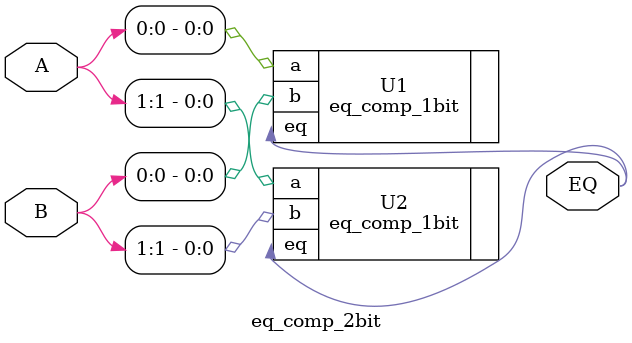
<source format=sv>
`timescale 1ns / 1ps


module eq_comp_2bit(
    input logic [1:0] A, B,
    output logic EQ
    );
    //internal signal declaration
    logic e0, e1;
    //program body
    //instantiate two 1-bit comparators
    eq_comp_1bit U1(
    .a(A[0]),
    .b(B[0]),
    .eq(EQ));
    
    eq_comp_1bit U2(
    .a(A[1]),
    .b(B[1]),
    .eq(EQ)
    );                                                     
endmodule

</source>
